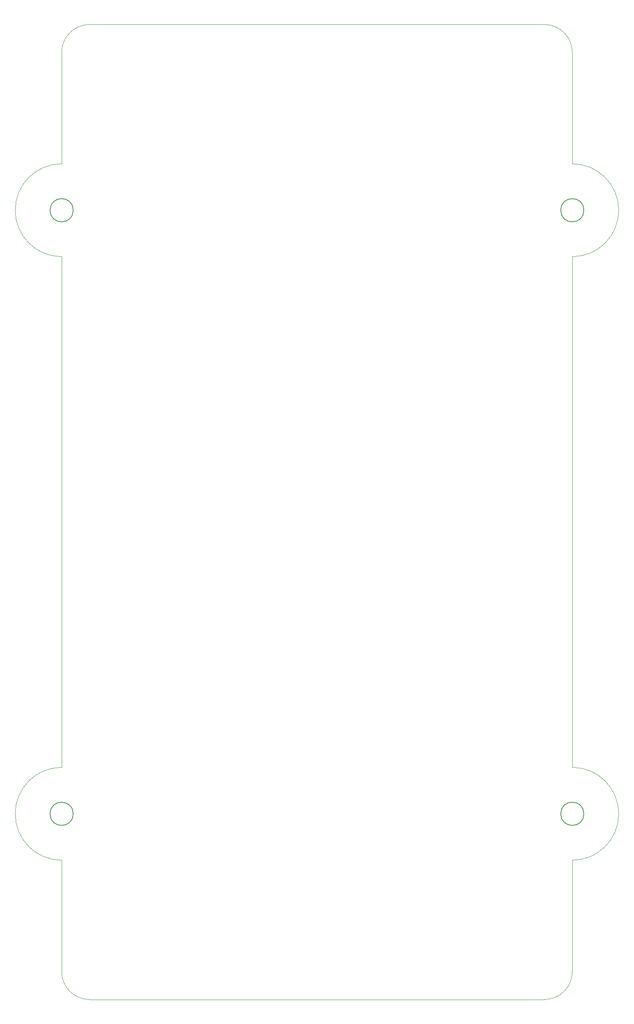
<source format=gm1>
G04 #@! TF.GenerationSoftware,KiCad,Pcbnew,(6.0.5-0)*
G04 #@! TF.CreationDate,2023-01-20T14:12:10+00:00*
G04 #@! TF.ProjectId,pipcb,70697063-622e-46b6-9963-61645f706362,rev?*
G04 #@! TF.SameCoordinates,Original*
G04 #@! TF.FileFunction,Profile,NP*
%FSLAX46Y46*%
G04 Gerber Fmt 4.6, Leading zero omitted, Abs format (unit mm)*
G04 Created by KiCad (PCBNEW (6.0.5-0)) date 2023-01-20 14:12:10*
%MOMM*%
%LPD*%
G01*
G04 APERTURE LIST*
G04 #@! TA.AperFunction,Profile*
%ADD10C,0.050000*%
G04 #@! TD*
G04 #@! TA.AperFunction,Profile*
%ADD11C,0.200000*%
G04 #@! TD*
G04 APERTURE END LIST*
D10*
X104000000Y-170000000D02*
X6000000Y-170000000D01*
X0Y-10000000D02*
X0Y-120000000D01*
D11*
X112500000Y0D02*
G75*
G03*
X112500000Y0I-2500000J0D01*
G01*
X112500000Y-130000000D02*
G75*
G03*
X112500000Y-130000000I-2500000J0D01*
G01*
D10*
X0Y34000000D02*
X0Y10000000D01*
X0Y10000000D02*
G75*
G03*
X0Y-10000000I0J-10000000D01*
G01*
X6000000Y40000000D02*
G75*
G03*
X0Y34000000I0J-6000000D01*
G01*
X104000000Y-170000000D02*
G75*
G03*
X110000000Y-164000000I0J6000000D01*
G01*
X0Y-164000000D02*
G75*
G03*
X6000000Y-170000000I6000000J0D01*
G01*
X0Y-140000000D02*
X0Y-164000000D01*
X110000000Y34000000D02*
G75*
G03*
X104000000Y40000000I-6000000J0D01*
G01*
D11*
X2500000Y-130000000D02*
G75*
G03*
X2500000Y-130000000I-2500000J0D01*
G01*
D10*
X104000000Y40000000D02*
X6000000Y40000000D01*
X110000000Y-140000000D02*
G75*
G03*
X110000000Y-120000000I0J10000000D01*
G01*
D11*
X2500000Y0D02*
G75*
G03*
X2500000Y0I-2500000J0D01*
G01*
D10*
X110000000Y-10000000D02*
X110000000Y-120000000D01*
X110000000Y34000000D02*
X110000000Y10000000D01*
X0Y-120000000D02*
G75*
G03*
X0Y-140000000I0J-10000000D01*
G01*
X110000000Y-10000000D02*
G75*
G03*
X110000000Y10000000I0J10000000D01*
G01*
X110000000Y-140000000D02*
X110000000Y-164000000D01*
M02*

</source>
